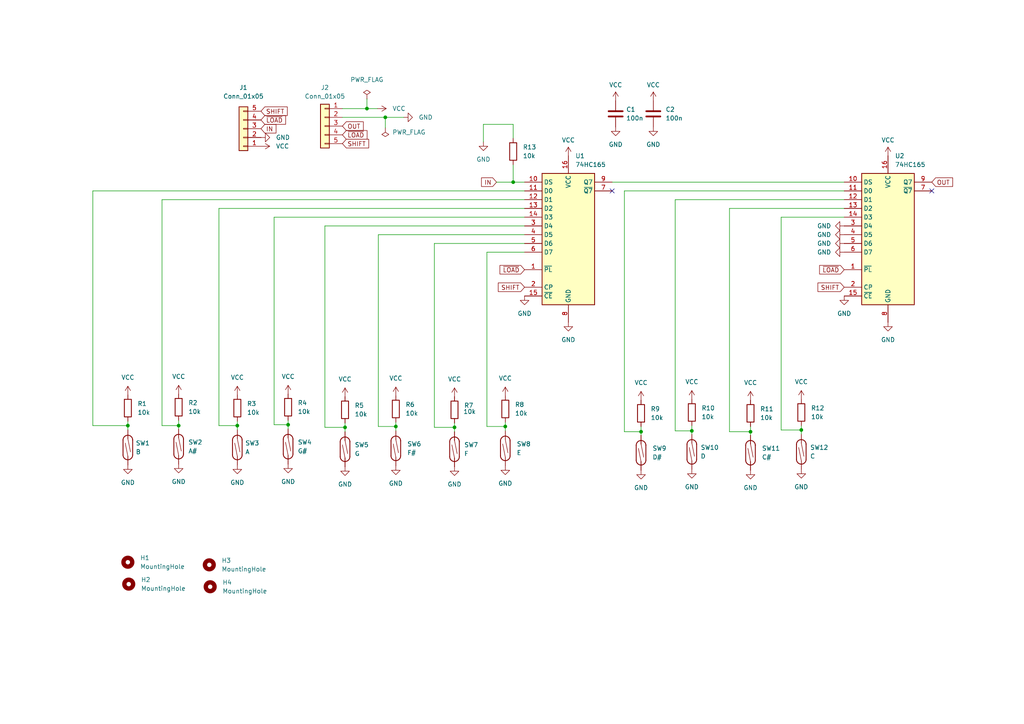
<source format=kicad_sch>
(kicad_sch (version 20211123) (generator eeschema)
  (paper "A4")
  (lib_symbols
    (symbol "74xx:74HC165"
      (property "Reference" "U" (at -7.62 19.05 0))
      (property "Value" "74HC165" (at -7.62 -21.59 0))
      (symbol "74HC165_1_0"
        (pin input line (at -12.7 -10.16 0) (length 5.08) (name "~{PL}") (number "1"))
        (pin input line (at -12.7 15.24 0) (length 5.08) (name "DS") (number "10"))
        (pin input line (at -12.7 12.7 0) (length 5.08) (name "D0") (number "11"))
        (pin input line (at -12.7 10.16 0) (length 5.08) (name "D1") (number "12"))
        (pin input line (at -12.7 7.62 0) (length 5.08) (name "D2") (number "13"))
        (pin input line (at -12.7 5.08 0) (length 5.08) (name "D3") (number "14"))
        (pin input line (at -12.7 -17.78 0) (length 5.08) (name "~{CE}") (number "15"))
        (pin power_in line (at 0 22.86 270) (length 5.08) (name "VCC") (number "16"))
        (pin input line (at -12.7 -15.24 0) (length 5.08) (name "CP") (number "2"))
        (pin input line (at -12.7 2.54 0) (length 5.08) (name "D4") (number "3"))
        (pin input line (at -12.7 0 0) (length 5.08) (name "D5") (number "4"))
        (pin input line (at -12.7 -2.54 0) (length 5.08) (name "D6") (number "5"))
        (pin input line (at -12.7 -5.08 0) (length 5.08) (name "D7") (number "6"))
        (pin output line (at 12.7 12.7 180) (length 5.08) (name "~{Q7}") (number "7"))
        (pin power_in line (at 0 -25.4 90) (length 5.08) (name "GND") (number "8"))
        (pin output line (at 12.7 15.24 180) (length 5.08) (name "Q7") (number "9"))
      )
      (symbol "74HC165_1_1"
        (rectangle (start -7.62 17.78) (end 7.62 -20.32) (stroke (width 0.254)) (fill (type background)))
      )
    )
    (symbol "Connector_Generic:Conn_01x05" (pin_names (offset 1.016) hide)
      (property "Reference" "J" (at 0 7.62 0))
      (property "Value" "Conn_01x05" (at 0 -7.62 0))
      (symbol "Conn_01x05_1_1"
        (rectangle (start -1.27 -4.953) (end 0 -5.207) (stroke (width 0.1524)))
        (rectangle (start -1.27 -2.413) (end 0 -2.667) (stroke (width 0.1524)))
        (rectangle (start -1.27 0.127) (end 0 -0.127) (stroke (width 0.1524)))
        (rectangle (start -1.27 2.667) (end 0 2.413) (stroke (width 0.1524)))
        (rectangle (start -1.27 5.207) (end 0 4.953) (stroke (width 0.1524)))
        (rectangle (start -1.27 6.35) (end 1.27 -6.35) (stroke (width 0.254)) (fill (type background)))
        (pin passive line (at -5.08 5.08 0) (length 3.81) (name "Pin_1") (number "1"))
        (pin passive line (at -5.08 2.54 0) (length 3.81) (name "Pin_2") (number "2"))
        (pin passive line (at -5.08 0 0) (length 3.81) (name "Pin_3") (number "3"))
        (pin passive line (at -5.08 -2.54 0) (length 3.81) (name "Pin_4") (number "4"))
        (pin passive line (at -5.08 -5.08 0) (length 3.81) (name "Pin_5") (number "5"))
      )
    )
    (symbol "Device:C" (pin_numbers hide) (pin_names (offset 0.254))
      (property "Reference" "C" (at 0.635 2.54 0))
      (property "Value" "C" (at 0.635 -2.54 0))
      (symbol "C_0_1"
        (polyline (pts (xy -2.032 -0.762) (xy 2.032 -0.762)) (stroke (width 0.508)))
        (polyline (pts (xy -2.032 0.762) (xy 2.032 0.762)) (stroke (width 0.508)))
      )
      (symbol "C_1_1"
        (pin passive line (at 0 3.81 270) (length 2.794) (name "~") (number "1"))
        (pin passive line (at 0 -3.81 90) (length 2.794) (name "~") (number "2"))
      )
    )
    (symbol "Device:R" (pin_numbers hide) (pin_names (offset 0))
      (property "Reference" "R" (at 2.032 0 90))
      (property "Value" "R" (at 0 0 90))
      (symbol "R_0_1"
        (rectangle (start -1.016 -2.54) (end 1.016 2.54) (stroke (width 0.254)))
      )
      (symbol "R_1_1"
        (pin passive line (at 0 3.81 270) (length 1.27) (name "~") (number "1"))
        (pin passive line (at 0 -3.81 90) (length 1.27) (name "~") (number "2"))
      )
    )
    (symbol "Mechanical:MountingHole" (pin_names (offset 1.016))
      (property "Reference" "H" (at 0 5.08 0))
      (property "Value" "MountingHole" (at 0 3.175 0))
      (symbol "MountingHole_0_1"
        (circle (center 0 0) (radius 1.27) (stroke (width 1.27)))
      )
    )
    (symbol "Switch:SW_Reed" (pin_numbers hide) (pin_names (offset 0) hide)
      (property "Reference" "SW" (at 0 2.54 0))
      (property "Value" "SW_Reed" (at 0 -2.54 0))
      (symbol "SW_Reed_0_0"
        (arc (start -2.159 1.397) (mid -3.556 0) (end -2.159 -1.397) (stroke (width 0.254)))
        (polyline (pts (xy -2.54 0) (xy 1.27 0.762)))
        (polyline (pts (xy -2.159 -1.397) (xy 2.286 -1.397)) (stroke (width 0.254)))
        (polyline (pts (xy 2.159 1.397) (xy -2.159 1.397)) (stroke (width 0.254)))
        (polyline (pts (xy 2.54 0) (xy -1.27 -0.762)))
        (arc (start 2.159 -1.397) (mid 3.556 0) (end 2.159 1.397) (stroke (width 0.254)))
      )
      (symbol "SW_Reed_1_1"
        (pin passive line (at -5.08 0 0) (length 2.54) (name "1") (number "1"))
        (pin passive line (at 5.08 0 180) (length 2.54) (name "2") (number "2"))
      )
    )
    (symbol "power:GND" (power) (pin_names (offset 0))
      (property "Value" "GND" (at 0 -3.81 0))
      (symbol "GND_0_1"
        (polyline (pts (xy 0 0) (xy 0 -1.27) (xy 1.27 -1.27) (xy 0 -2.54) (xy -1.27 -1.27) (xy 0 -1.27)))
      )
      (symbol "GND_1_1"
        (pin power_in line (at 0 0 270) (length 0) hide (name "GND") (number "1"))
      )
    )
    (symbol "power:PWR_FLAG" (power) (pin_numbers hide) (pin_names (offset 0) hide)
      (property "Value" "PWR_FLAG" (at 0 3.81 0))
      (symbol "PWR_FLAG_0_0"
        (pin power_out line (at 0 0 90) (length 0) (name "pwr") (number "1"))
      )
      (symbol "PWR_FLAG_0_1"
        (polyline (pts (xy 0 0) (xy 0 1.27) (xy -1.016 1.905) (xy 0 2.54) (xy 1.016 1.905) (xy 0 1.27)))
      )
    )
    (symbol "power:VCC" (power) (pin_names (offset 0))
      (property "Value" "VCC" (at 0 3.81 0))
      (symbol "VCC_0_1"
        (polyline (pts (xy -0.762 1.27) (xy 0 2.54)))
        (polyline (pts (xy 0 0) (xy 0 2.54)))
        (polyline (pts (xy 0 2.54) (xy 0.762 1.27)))
      )
      (symbol "VCC_1_1"
        (pin power_in line (at 0 0 90) (length 0) hide (name "VCC") (number "1"))
      )
    )
  )
  (junction (at 185.928 125.222))
  (junction (at 111.76 34.036))
  (junction (at 51.816 123.444))
  (junction (at 232.41 124.714))
  (junction (at 217.678 125.222))
  (junction (at 100.076 123.952))
  (junction (at 148.844 52.832))
  (junction (at 83.566 123.19))
  (junction (at 200.66 124.968))
  (junction (at 37.084 123.444))
  (junction (at 106.426 31.496))
  (junction (at 68.834 123.444))
  (junction (at 146.558 123.698))
  (junction (at 114.808 123.698))
  (junction (at 131.826 123.952))
  (no_connect (at 270.256 55.372))
  (no_connect (at 177.546 55.372))
  (wire (pts (xy 125.984 123.952) (xy 131.826 123.952)))
  (wire (pts (xy 177.546 52.832) (xy 244.856 52.832)))
  (wire (pts (xy 79.502 62.992) (xy 152.146 62.992)))
  (wire (pts (xy 200.66 124.968) (xy 195.834 124.968)))
  (wire (pts (xy 106.426 31.496) (xy 109.474 31.496)))
  (wire (pts (xy 131.826 123.952) (xy 131.826 125.222)))
  (wire (pts (xy 125.984 70.612) (xy 125.984 123.952)))
  (wire (pts (xy 106.426 28.702) (xy 106.426 31.496)))
  (wire (pts (xy 111.76 37.084) (xy 111.76 34.036)))
  (wire (pts (xy 83.566 123.19) (xy 83.566 124.46)))
  (wire (pts (xy 217.678 123.698) (xy 217.678 125.222)))
  (wire (pts (xy 141.224 73.152) (xy 141.224 123.698)))
  (wire (pts (xy 195.834 124.968) (xy 195.834 57.912)))
  (wire (pts (xy 152.146 65.532) (xy 94.234 65.532)))
  (wire (pts (xy 226.568 124.714) (xy 226.568 62.992)))
  (wire (pts (xy 140.208 41.148) (xy 140.208 36.068)))
  (wire (pts (xy 100.076 122.682) (xy 100.076 123.952)))
  (wire (pts (xy 181.102 55.372) (xy 181.102 125.222)))
  (wire (pts (xy 131.826 122.682) (xy 131.826 123.952)))
  (wire (pts (xy 232.41 124.714) (xy 226.568 124.714)))
  (wire (pts (xy 146.558 123.698) (xy 141.224 123.698)))
  (wire (pts (xy 26.924 123.444) (xy 26.924 55.372)))
  (wire (pts (xy 200.66 123.444) (xy 200.66 124.968)))
  (wire (pts (xy 68.834 123.444) (xy 68.834 124.714)))
  (wire (pts (xy 63.5 60.452) (xy 152.146 60.452)))
  (wire (pts (xy 185.928 123.698) (xy 185.928 125.222)))
  (wire (pts (xy 46.99 123.444) (xy 46.99 57.912)))
  (wire (pts (xy 37.084 123.444) (xy 26.924 123.444)))
  (wire (pts (xy 146.558 123.698) (xy 146.558 124.968)))
  (wire (pts (xy 26.924 55.372) (xy 152.146 55.372)))
  (wire (pts (xy 152.146 68.072) (xy 109.728 68.072)))
  (wire (pts (xy 114.808 123.698) (xy 114.808 124.968)))
  (wire (pts (xy 109.728 68.072) (xy 109.728 123.698)))
  (wire (pts (xy 148.844 52.832) (xy 152.146 52.832)))
  (wire (pts (xy 232.41 124.714) (xy 232.41 125.984)))
  (wire (pts (xy 195.834 57.912) (xy 244.856 57.912)))
  (wire (pts (xy 79.502 123.19) (xy 79.502 62.992)))
  (wire (pts (xy 51.816 123.444) (xy 46.99 123.444)))
  (wire (pts (xy 217.678 125.222) (xy 217.678 126.238)))
  (wire (pts (xy 244.856 60.452) (xy 211.582 60.452)))
  (wire (pts (xy 83.566 121.92) (xy 83.566 123.19)))
  (wire (pts (xy 94.234 65.532) (xy 94.234 123.952)))
  (wire (pts (xy 37.084 122.174) (xy 37.084 123.444)))
  (wire (pts (xy 51.816 123.444) (xy 51.816 124.46)))
  (wire (pts (xy 46.99 57.912) (xy 152.146 57.912)))
  (wire (pts (xy 148.844 47.752) (xy 148.844 52.832)))
  (wire (pts (xy 211.582 125.222) (xy 217.678 125.222)))
  (wire (pts (xy 68.834 122.174) (xy 68.834 123.444)))
  (wire (pts (xy 109.728 123.698) (xy 114.808 123.698)))
  (wire (pts (xy 232.41 123.444) (xy 232.41 124.714)))
  (wire (pts (xy 146.558 122.428) (xy 146.558 123.698)))
  (wire (pts (xy 185.928 125.222) (xy 185.928 126.238)))
  (wire (pts (xy 200.66 124.968) (xy 200.66 125.984)))
  (wire (pts (xy 226.568 62.992) (xy 244.856 62.992)))
  (wire (pts (xy 68.834 123.444) (xy 63.5 123.444)))
  (wire (pts (xy 51.816 121.92) (xy 51.816 123.444)))
  (wire (pts (xy 94.234 123.952) (xy 100.076 123.952)))
  (wire (pts (xy 111.76 34.036) (xy 117.094 34.036)))
  (wire (pts (xy 152.146 73.152) (xy 141.224 73.152)))
  (wire (pts (xy 185.928 125.222) (xy 181.102 125.222)))
  (wire (pts (xy 83.566 123.19) (xy 79.502 123.19)))
  (wire (pts (xy 244.856 55.372) (xy 181.102 55.372)))
  (wire (pts (xy 140.208 36.068) (xy 148.844 36.068)))
  (wire (pts (xy 211.582 60.452) (xy 211.582 125.222)))
  (wire (pts (xy 37.084 123.444) (xy 37.084 124.714)))
  (wire (pts (xy 63.5 123.444) (xy 63.5 60.452)))
  (wire (pts (xy 99.314 34.036) (xy 111.76 34.036)))
  (wire (pts (xy 100.076 123.952) (xy 100.076 125.222)))
  (wire (pts (xy 152.146 70.612) (xy 125.984 70.612)))
  (wire (pts (xy 114.808 122.428) (xy 114.808 123.698)))
  (wire (pts (xy 144.018 52.832) (xy 148.844 52.832)))
  (wire (pts (xy 148.844 36.068) (xy 148.844 40.132)))
  (wire (pts (xy 99.314 31.496) (xy 106.426 31.496)))
  (global_label "IN" (shape input) (at 75.692 37.338 0) (property "Intersheet References" "${INTERSHEET_REFS}" (effects hide)))
  (global_label "~{LOAD}" (shape input) (at 75.692 34.798 0) (property "Intersheet References" "${INTERSHEET_REFS}" (effects hide)))
  (global_label "OUT" (shape input) (at 99.314 36.576 0) (property "Intersheet References" "${INTERSHEET_REFS}" (effects hide)))
  (global_label "SHIFT" (shape input) (at 75.692 32.258 0) (property "Intersheet References" "${INTERSHEET_REFS}" (effects hide)))
  (global_label "SHIFT" (shape input) (at 244.856 83.312 180) (property "Intersheet References" "${INTERSHEET_REFS}" (effects hide)))
  (global_label "~{LOAD}" (shape input) (at 99.314 39.116 0) (property "Intersheet References" "${INTERSHEET_REFS}" (effects hide)))
  (global_label "SHIFT" (shape input) (at 152.146 83.312 180) (property "Intersheet References" "${INTERSHEET_REFS}" (effects hide)))
  (global_label "SHIFT" (shape input) (at 99.314 41.656 0) (property "Intersheet References" "${INTERSHEET_REFS}" (effects hide)))
  (global_label "~{LOAD}" (shape input) (at 152.146 78.232 180) (property "Intersheet References" "${INTERSHEET_REFS}" (effects hide)))
  (global_label "IN" (shape input) (at 144.018 52.832 180) (property "Intersheet References" "${INTERSHEET_REFS}" (effects hide)))
  (global_label "~{LOAD}" (shape input) (at 244.856 78.232 180) (property "Intersheet References" "${INTERSHEET_REFS}" (effects hide)))
  (global_label "OUT" (shape input) (at 270.256 52.832 0) (property "Intersheet References" "${INTERSHEET_REFS}" (effects hide)))
  (symbol (lib_id "power:GND") (at 244.856 70.612 270) (unit 1)
    (property "Reference" "#PWR?" (effects hide))
    (property "Value" "GND" (at 236.982 70.612 90) (effects (justify left)))
  )
  (symbol (lib_id "power:VCC") (at 109.474 31.496 270) (unit 1)
    (property "Reference" "#PWR014" (effects hide))
    (property "Value" "VCC" (at 113.792 31.4959 90) (effects (justify left)))
  )
  (symbol (lib_id "power:GND") (at 152.146 85.852 0) (unit 1)
    (property "Reference" "#PWR021" (effects hide))
    (property "Value" "GND" (at 152.146 90.932 0))
  )
  (symbol (lib_id "power:GND") (at 217.678 136.398 0) (unit 1)
    (property "Reference" "#PWR029" (effects hide))
    (property "Value" "GND" (at 217.678 141.478 0))
  )
  (symbol (lib_id "power:GND") (at 244.856 65.532 270) (unit 1)
    (property "Reference" "#PWR?" (effects hide))
    (property "Value" "GND" (at 236.982 65.532 90) (effects (justify left)))
  )
  (symbol (lib_id "Switch:SW_Reed") (at 37.084 129.794 90) (unit 1)
    (property "Reference" "SW1" (at 39.37 128.5239 90) (effects (justify right)))
    (property "Value" "B" (at 39.37 131.0639 90) (effects (justify right)))
    (property "Footprint" "TerminalBlock:TerminalBlock_bornier-3_P5.08mm" (effects hide))
  )
  (symbol (lib_id "power:VCC") (at 146.558 114.808 0) (unit 1)
    (property "Reference" "#PWR019" (effects hide))
    (property "Value" "VCC" (at 146.558 109.728 0))
  )
  (symbol (lib_id "power:PWR_FLAG") (at 106.426 28.702 0) (unit 1)
    (property "Reference" "#FLG01" (effects hide))
    (property "Value" "PWR_FLAG" (at 106.426 23.114 0))
  )
  (symbol (lib_id "Switch:SW_Reed") (at 100.076 130.302 90) (unit 1)
    (property "Reference" "SW5" (at 102.87 129.0319 90) (effects (justify right)))
    (property "Value" "G" (at 102.87 131.5719 90) (effects (justify right)))
    (property "Footprint" "TerminalBlock:TerminalBlock_bornier-3_P5.08mm" (effects hide))
  )
  (symbol (lib_id "power:GND") (at 37.084 134.874 0) (unit 1)
    (property "Reference" "#PWR02" (effects hide))
    (property "Value" "GND" (at 37.084 139.954 0))
  )
  (symbol (lib_id "Switch:SW_Reed") (at 217.678 131.318 90) (unit 1)
    (property "Reference" "SW11" (at 220.98 130.0479 90) (effects (justify right)))
    (property "Value" "C#" (at 220.98 132.5879 90) (effects (justify right)))
    (property "Footprint" "TerminalBlock:TerminalBlock_bornier-3_P5.08mm" (effects hide))
  )
  (symbol (lib_id "Device:C") (at 178.562 33.02 0) (unit 1)
    (property "Reference" "C1" (at 181.61 31.7499 0) (effects (justify left)))
    (property "Value" "100n" (at 181.61 34.2899 0) (effects (justify left)))
    (property "Footprint" "Capacitor_THT:C_Disc_D3.0mm_W2.0mm_P2.50mm" (effects hide))
  )
  (symbol (lib_id "power:VCC") (at 68.834 114.554 0) (unit 1)
    (property "Reference" "#PWR05" (effects hide))
    (property "Value" "VCC" (at 68.834 109.474 0))
  )
  (symbol (lib_id "Switch:SW_Reed") (at 146.558 130.048 90) (unit 1)
    (property "Reference" "SW8" (at 149.86 128.7779 90) (effects (justify right)))
    (property "Value" "E" (at 149.86 131.3179 90) (effects (justify right)))
    (property "Footprint" "TerminalBlock:TerminalBlock_bornier-3_P5.08mm" (effects hide))
  )
  (symbol (lib_id "Device:R") (at 100.076 118.872 0) (unit 1)
    (property "Reference" "R5" (at 102.87 117.6019 0) (effects (justify left)))
    (property "Value" "10k" (at 102.87 120.1419 0) (effects (justify left)))
    (property "Footprint" "Resistor_THT:R_Axial_DIN0207_L6.3mm_D2.5mm_P10.16mm_Horizontal" (effects hide))
  )
  (symbol (lib_id "power:VCC") (at 51.816 114.3 0) (unit 1)
    (property "Reference" "#PWR03" (effects hide))
    (property "Value" "VCC" (at 51.816 109.22 0))
  )
  (symbol (lib_id "power:VCC") (at 75.692 42.418 270) (unit 1)
    (property "Reference" "#PWR07" (effects hide))
    (property "Value" "VCC" (at 80.01 42.4179 90) (effects (justify left)))
  )
  (symbol (lib_id "Device:R") (at 200.66 119.634 0) (unit 1)
    (property "Reference" "R10" (at 203.454 118.3639 0) (effects (justify left)))
    (property "Value" "10k" (at 203.454 120.9039 0) (effects (justify left)))
    (property "Footprint" "Resistor_THT:R_Axial_DIN0207_L6.3mm_D2.5mm_P10.16mm_Horizontal" (effects hide))
  )
  (symbol (lib_id "power:GND") (at 257.556 93.472 0) (unit 1)
    (property "Reference" "#PWR038" (effects hide))
    (property "Value" "GND" (at 257.556 98.552 0))
  )
  (symbol (lib_id "power:GND") (at 117.094 34.036 90) (unit 1)
    (property "Reference" "#PWR011" (effects hide))
    (property "Value" "GND" (at 121.412 34.0359 90) (effects (justify right)))
  )
  (symbol (lib_id "74xx:74HC165") (at 257.556 68.072 0) (unit 1)
    (property "Reference" "U2" (at 259.5754 45.212 0) (effects (justify left)))
    (property "Value" "74HC165" (at 259.5754 47.752 0) (effects (justify left)))
    (property "Footprint" "Package_DIP:DIP-16_W7.62mm_Socket" (effects hide))
    (property "Datasheet" "https://assets.nexperia.com/documents/data-sheet/74HC_HCT165.pdf" (effects hide))
  )
  (symbol (lib_id "power:GND") (at 146.558 135.128 0) (unit 1)
    (property "Reference" "#PWR020" (effects hide))
    (property "Value" "GND" (at 146.558 140.208 0))
  )
  (symbol (lib_id "Switch:SW_Reed") (at 83.566 129.54 90) (unit 1)
    (property "Reference" "SW4" (at 86.36 128.2699 90) (effects (justify right)))
    (property "Value" "G#" (at 86.36 130.8099 90) (effects (justify right)))
    (property "Footprint" "TerminalBlock:TerminalBlock_bornier-3_P5.08mm" (effects hide))
  )
  (symbol (lib_id "power:GND") (at 164.846 93.472 0) (unit 1)
    (property "Reference" "#PWR023" (effects hide))
    (property "Value" "GND" (at 164.846 98.552 0))
  )
  (symbol (lib_id "Mechanical:MountingHole") (at 60.706 163.83 0) (unit 1)
    (property "Reference" "H3" (at 64.262 162.5599 0) (effects (justify left)))
    (property "Value" "MountingHole" (at 64.262 165.0999 0) (effects (justify left)))
    (property "Footprint" "MountingHole:MountingHole_3.2mm_M3" (effects hide))
  )
  (symbol (lib_id "Device:R") (at 148.844 43.942 0) (unit 1)
    (property "Reference" "R13" (at 151.638 42.6719 0) (effects (justify left)))
    (property "Value" "10k" (at 151.638 45.2119 0) (effects (justify left)))
    (property "Footprint" "Resistor_THT:R_Axial_DIN0207_L6.3mm_D2.5mm_P10.16mm_Horizontal" (effects hide))
  )
  (symbol (lib_id "Device:R") (at 232.41 119.634 0) (unit 1)
    (property "Reference" "R12" (at 235.204 118.3639 0) (effects (justify left)))
    (property "Value" "10k" (at 235.204 120.9039 0) (effects (justify left)))
    (property "Footprint" "Resistor_THT:R_Axial_DIN0207_L6.3mm_D2.5mm_P10.16mm_Horizontal" (effects hide))
  )
  (symbol (lib_id "power:VCC") (at 185.928 116.078 0) (unit 1)
    (property "Reference" "#PWR024" (effects hide))
    (property "Value" "VCC" (at 185.928 110.998 0))
  )
  (symbol (lib_id "power:VCC") (at 189.484 29.21 0) (unit 1)
    (property "Reference" "#PWR041" (effects hide))
    (property "Value" "VCC" (at 189.484 24.638 0))
  )
  (symbol (lib_id "Device:R") (at 217.678 119.888 0) (unit 1)
    (property "Reference" "R11" (at 220.472 118.6179 0) (effects (justify left)))
    (property "Value" "10k" (at 220.472 121.1579 0) (effects (justify left)))
    (property "Footprint" "Resistor_THT:R_Axial_DIN0207_L6.3mm_D2.5mm_P10.16mm_Horizontal" (effects hide))
  )
  (symbol (lib_id "power:PWR_FLAG") (at 111.76 37.084 180) (unit 1)
    (property "Reference" "#FLG02" (effects hide))
    (property "Value" "PWR_FLAG" (at 113.792 38.3539 0) (effects (justify right)))
  )
  (symbol (lib_id "power:GND") (at 244.856 85.852 0) (unit 1)
    (property "Reference" "#PWR036" (effects hide))
    (property "Value" "GND" (at 244.856 90.932 0))
  )
  (symbol (lib_id "power:VCC") (at 217.678 116.078 0) (unit 1)
    (property "Reference" "#PWR028" (effects hide))
    (property "Value" "VCC" (at 217.678 110.998 0))
  )
  (symbol (lib_id "74xx:74HC165") (at 164.846 68.072 0) (unit 1)
    (property "Reference" "U1" (at 166.8654 45.212 0) (effects (justify left)))
    (property "Value" "74HC165" (at 166.8654 47.752 0) (effects (justify left)))
    (property "Footprint" "Package_DIP:DIP-16_W7.62mm_Socket" (effects hide))
    (property "Datasheet" "https://assets.nexperia.com/documents/data-sheet/74HC_HCT165.pdf" (effects hide))
  )
  (symbol (lib_id "Mechanical:MountingHole") (at 60.96 170.18 0) (unit 1)
    (property "Reference" "H4" (at 64.516 168.9099 0) (effects (justify left)))
    (property "Value" "MountingHole" (at 64.516 171.4499 0) (effects (justify left)))
    (property "Footprint" "MountingHole:MountingHole_3.2mm_M3" (effects hide))
  )
  (symbol (lib_id "power:GND") (at 100.076 135.382 0) (unit 1)
    (property "Reference" "#PWR013" (effects hide))
    (property "Value" "GND" (at 100.076 140.462 0))
  )
  (symbol (lib_id "power:VCC") (at 83.566 114.3 0) (unit 1)
    (property "Reference" "#PWR09" (effects hide))
    (property "Value" "VCC" (at 83.566 109.22 0))
  )
  (symbol (lib_id "Switch:SW_Reed") (at 200.66 131.064 90) (unit 1)
    (property "Reference" "SW10" (at 203.2 129.7939 90) (effects (justify right)))
    (property "Value" "D" (at 203.2 132.3339 90) (effects (justify right)))
    (property "Footprint" "TerminalBlock:TerminalBlock_bornier-3_P5.08mm" (effects hide))
  )
  (symbol (lib_id "Device:R") (at 146.558 118.618 0) (unit 1)
    (property "Reference" "R8" (at 149.352 117.3479 0) (effects (justify left)))
    (property "Value" "10k" (at 149.352 119.8879 0) (effects (justify left)))
    (property "Footprint" "Resistor_THT:R_Axial_DIN0207_L6.3mm_D2.5mm_P10.16mm_Horizontal" (effects hide))
  )
  (symbol (lib_id "power:VCC") (at 232.41 115.824 0) (unit 1)
    (property "Reference" "#PWR030" (effects hide))
    (property "Value" "VCC" (at 232.41 110.744 0))
  )
  (symbol (lib_id "Switch:SW_Reed") (at 232.41 131.064 90) (unit 1)
    (property "Reference" "SW12" (at 234.95 129.7939 90) (effects (justify right)))
    (property "Value" "C" (at 234.95 132.3339 90) (effects (justify right)))
    (property "Footprint" "TerminalBlock:TerminalBlock_bornier-3_P5.08mm" (effects hide))
  )
  (symbol (lib_id "Switch:SW_Reed") (at 51.816 129.54 90) (unit 1)
    (property "Reference" "SW2" (at 54.61 128.2699 90) (effects (justify right)))
    (property "Value" "A#" (at 54.61 130.8099 90) (effects (justify right)))
    (property "Footprint" "TerminalBlock:TerminalBlock_bornier-3_P5.08mm" (effects hide))
  )
  (symbol (lib_id "Device:C") (at 189.484 33.02 0) (unit 1)
    (property "Reference" "C2" (at 193.04 31.7499 0) (effects (justify left)))
    (property "Value" "100n" (at 193.04 34.2899 0) (effects (justify left)))
    (property "Footprint" "Capacitor_THT:C_Disc_D3.0mm_W2.0mm_P2.50mm" (effects hide))
  )
  (symbol (lib_id "power:VCC") (at 200.66 115.824 0) (unit 1)
    (property "Reference" "#PWR026" (effects hide))
    (property "Value" "VCC" (at 200.66 110.744 0))
  )
  (symbol (lib_id "power:VCC") (at 164.846 45.212 0) (unit 1)
    (property "Reference" "#PWR022" (effects hide))
    (property "Value" "VCC" (at 164.846 40.64 0))
  )
  (symbol (lib_id "power:GND") (at 114.808 135.128 0) (unit 1)
    (property "Reference" "#PWR016" (effects hide))
    (property "Value" "GND" (at 114.808 140.208 0))
  )
  (symbol (lib_id "power:VCC") (at 257.556 45.212 0) (unit 1)
    (property "Reference" "#PWR037" (effects hide))
    (property "Value" "VCC" (at 257.556 40.64 0))
  )
  (symbol (lib_id "power:GND") (at 83.566 134.62 0) (unit 1)
    (property "Reference" "#PWR010" (effects hide))
    (property "Value" "GND" (at 83.566 139.7 0))
  )
  (symbol (lib_id "power:GND") (at 75.692 39.878 90) (unit 1)
    (property "Reference" "#PWR08" (effects hide))
    (property "Value" "GND" (at 80.01 39.8779 90) (effects (justify right)))
  )
  (symbol (lib_id "Device:R") (at 114.808 118.618 0) (unit 1)
    (property "Reference" "R6" (at 117.602 117.3479 0) (effects (justify left)))
    (property "Value" "10k" (at 117.602 119.8879 0) (effects (justify left)))
    (property "Footprint" "Resistor_THT:R_Axial_DIN0207_L6.3mm_D2.5mm_P10.16mm_Horizontal" (effects hide))
  )
  (symbol (lib_id "Switch:SW_Reed") (at 68.834 129.794 90) (unit 1)
    (property "Reference" "SW3" (at 71.12 128.5239 90) (effects (justify right)))
    (property "Value" "A" (at 71.12 131.0639 90) (effects (justify right)))
    (property "Footprint" "TerminalBlock:TerminalBlock_bornier-3_P5.08mm" (effects hide))
  )
  (symbol (lib_id "power:VCC") (at 178.562 29.21 0) (unit 1)
    (property "Reference" "#PWR039" (effects hide))
    (property "Value" "VCC" (at 178.562 24.638 0))
  )
  (symbol (lib_id "power:GND") (at 232.41 136.144 0) (unit 1)
    (property "Reference" "#PWR031" (effects hide))
    (property "Value" "GND" (at 232.41 141.224 0))
  )
  (symbol (lib_id "Device:R") (at 83.566 118.11 0) (unit 1)
    (property "Reference" "R4" (at 86.36 116.8399 0) (effects (justify left)))
    (property "Value" "10k" (at 86.36 119.3799 0) (effects (justify left)))
    (property "Footprint" "Resistor_THT:R_Axial_DIN0207_L6.3mm_D2.5mm_P10.16mm_Horizontal" (effects hide))
  )
  (symbol (lib_id "Mechanical:MountingHole") (at 37.084 163.068 0) (unit 1)
    (property "Reference" "H1" (at 40.64 161.7979 0) (effects (justify left)))
    (property "Value" "MountingHole" (at 40.64 164.3379 0) (effects (justify left)))
    (property "Footprint" "MountingHole:MountingHole_3.2mm_M3" (effects hide))
  )
  (symbol (lib_id "power:GND") (at 68.834 134.874 0) (unit 1)
    (property "Reference" "#PWR06" (effects hide))
    (property "Value" "GND" (at 68.834 139.954 0))
  )
  (symbol (lib_id "Device:R") (at 51.816 118.11 0) (unit 1)
    (property "Reference" "R2" (at 54.61 116.8399 0) (effects (justify left)))
    (property "Value" "10k" (at 54.61 119.3799 0) (effects (justify left)))
    (property "Footprint" "Resistor_THT:R_Axial_DIN0207_L6.3mm_D2.5mm_P10.16mm_Horizontal" (effects hide))
  )
  (symbol (lib_id "power:GND") (at 189.484 36.83 0) (unit 1)
    (property "Reference" "#PWR042" (effects hide))
    (property "Value" "GND" (at 189.484 41.91 0))
  )
  (symbol (lib_id "power:GND") (at 200.66 136.144 0) (unit 1)
    (property "Reference" "#PWR027" (effects hide))
    (property "Value" "GND" (at 200.66 141.224 0))
  )
  (symbol (lib_id "power:GND") (at 244.856 73.152 270) (unit 1)
    (property "Reference" "#PWR?" (effects hide))
    (property "Value" "GND" (at 236.982 73.152 90) (effects (justify left)))
  )
  (symbol (lib_id "power:GND") (at 244.856 68.072 270) (unit 1)
    (property "Reference" "#PWR?" (effects hide))
    (property "Value" "GND" (at 236.982 68.072 90) (effects (justify left)))
  )
  (symbol (lib_id "power:GND") (at 178.562 36.83 0) (unit 1)
    (property "Reference" "#PWR040" (effects hide))
    (property "Value" "GND" (at 178.562 41.91 0))
  )
  (symbol (lib_id "Device:R") (at 131.826 118.872 0) (unit 1)
    (property "Reference" "R7" (at 134.62 117.6019 0) (effects (justify left)))
    (property "Value" "10k" (at 134.366 119.38 0) (effects (justify left)))
    (property "Footprint" "Resistor_THT:R_Axial_DIN0207_L6.3mm_D2.5mm_P10.16mm_Horizontal" (effects hide))
  )
  (symbol (lib_id "power:VCC") (at 131.826 115.062 0) (unit 1)
    (property "Reference" "#PWR017" (effects hide))
    (property "Value" "VCC" (at 131.826 109.982 0))
  )
  (symbol (lib_id "Switch:SW_Reed") (at 114.808 130.048 90) (unit 1)
    (property "Reference" "SW6" (at 118.11 128.7779 90) (effects (justify right)))
    (property "Value" "F#" (at 118.11 131.3179 90) (effects (justify right)))
    (property "Footprint" "TerminalBlock:TerminalBlock_bornier-3_P5.08mm" (effects hide))
  )
  (symbol (lib_id "Connector_Generic:Conn_01x05") (at 94.234 36.576 0) (mirror y) (unit 1)
    (property "Reference" "J2" (at 94.234 25.4 0))
    (property "Value" "Conn_01x05" (at 94.234 27.94 0))
    (property "Footprint" "Connector_PinHeader_2.54mm:PinHeader_1x05_P2.54mm_Vertical" (effects hide))
  )
  (symbol (lib_id "Connector_Generic:Conn_01x05") (at 70.612 37.338 180) (unit 1)
    (property "Reference" "J1" (at 70.612 25.4 0))
    (property "Value" "Conn_01x05" (at 70.612 27.94 0))
    (property "Footprint" "Connector_PinHeader_2.54mm:PinHeader_1x05_P2.54mm_Vertical" (effects hide))
  )
  (symbol (lib_id "Switch:SW_Reed") (at 185.928 131.318 90) (unit 1)
    (property "Reference" "SW9" (at 189.23 130.0479 90) (effects (justify right)))
    (property "Value" "D#" (at 189.23 132.5879 90) (effects (justify right)))
    (property "Footprint" "TerminalBlock:TerminalBlock_bornier-3_P5.08mm" (effects hide))
  )
  (symbol (lib_id "power:GND") (at 140.208 41.148 0) (unit 1)
    (property "Reference" "#PWR0101" (effects hide))
    (property "Value" "GND" (at 140.208 46.228 0))
  )
  (symbol (lib_id "Device:R") (at 68.834 118.364 0) (unit 1)
    (property "Reference" "R3" (at 71.628 117.0939 0) (effects (justify left)))
    (property "Value" "10k" (at 71.628 119.6339 0) (effects (justify left)))
    (property "Footprint" "Resistor_THT:R_Axial_DIN0207_L6.3mm_D2.5mm_P10.16mm_Horizontal" (effects hide))
  )
  (symbol (lib_id "power:GND") (at 131.826 135.382 0) (unit 1)
    (property "Reference" "#PWR018" (effects hide))
    (property "Value" "GND" (at 131.826 140.462 0))
  )
  (symbol (lib_id "power:VCC") (at 37.084 114.554 0) (unit 1)
    (property "Reference" "#PWR01" (effects hide))
    (property "Value" "VCC" (at 37.084 109.474 0))
  )
  (symbol (lib_id "Device:R") (at 185.928 119.888 0) (unit 1)
    (property "Reference" "R9" (at 188.722 118.6179 0) (effects (justify left)))
    (property "Value" "10k" (at 188.722 121.1579 0) (effects (justify left)))
    (property "Footprint" "Resistor_THT:R_Axial_DIN0207_L6.3mm_D2.5mm_P10.16mm_Horizontal" (effects hide))
  )
  (symbol (lib_id "Device:R") (at 37.084 118.364 0) (unit 1)
    (property "Reference" "R1" (at 39.878 117.0939 0) (effects (justify left)))
    (property "Value" "10k" (at 39.878 119.6339 0) (effects (justify left)))
    (property "Footprint" "Resistor_THT:R_Axial_DIN0207_L6.3mm_D2.5mm_P10.16mm_Horizontal" (effects hide))
  )
  (symbol (lib_id "Switch:SW_Reed") (at 131.826 130.302 90) (unit 1)
    (property "Reference" "SW7" (at 134.62 129.0319 90) (effects (justify right)))
    (property "Value" "F" (at 134.62 131.5719 90) (effects (justify right)))
    (property "Footprint" "TerminalBlock:TerminalBlock_bornier-3_P5.08mm" (effects hide))
  )
  (symbol (lib_id "power:GND") (at 185.928 136.398 0) (unit 1)
    (property "Reference" "#PWR025" (effects hide))
    (property "Value" "GND" (at 185.928 141.478 0))
  )
  (symbol (lib_id "power:VCC") (at 100.076 115.062 0) (unit 1)
    (property "Reference" "#PWR012" (effects hide))
    (property "Value" "VCC" (at 100.076 109.982 0))
  )
  (symbol (lib_id "Mechanical:MountingHole") (at 37.338 169.418 0) (unit 1)
    (property "Reference" "H2" (at 40.894 168.1479 0) (effects (justify left)))
    (property "Value" "MountingHole" (at 40.894 170.6879 0) (effects (justify left)))
    (property "Footprint" "MountingHole:MountingHole_3.2mm_M3" (effects hide))
  )
  (symbol (lib_id "power:VCC") (at 114.808 114.808 0) (unit 1)
    (property "Reference" "#PWR015" (effects hide))
    (property "Value" "VCC" (at 114.808 109.728 0))
  )
  (symbol (lib_id "power:GND") (at 51.816 134.62 0) (unit 1)
    (property "Reference" "#PWR04" (effects hide))
    (property "Value" "GND" (at 51.816 139.7 0))
  )
)
</source>
